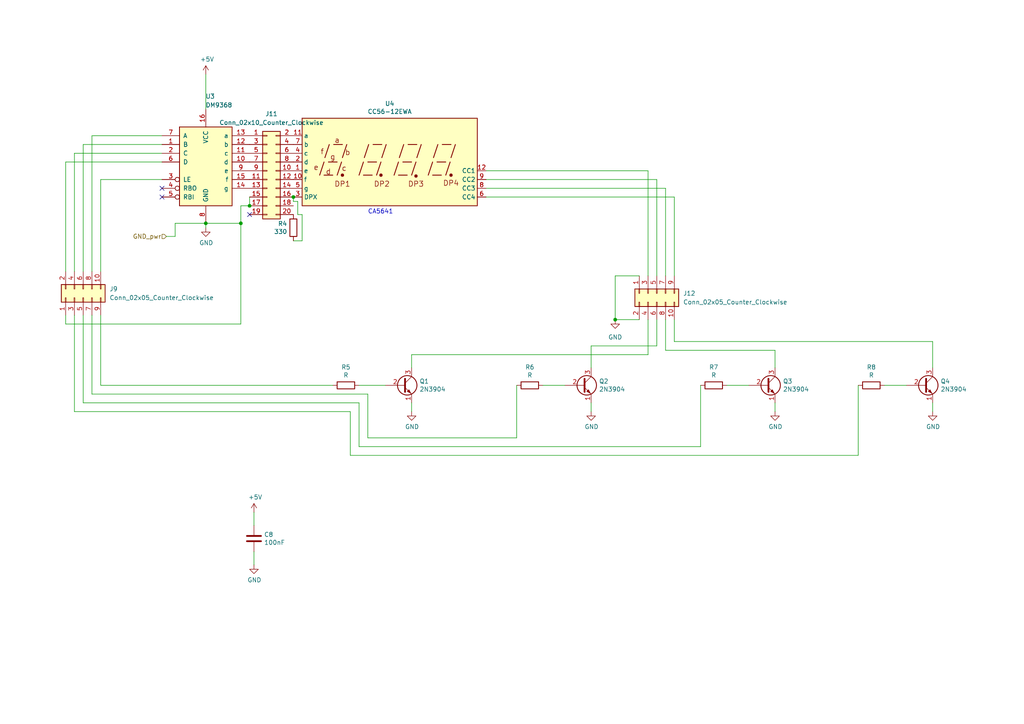
<source format=kicad_sch>
(kicad_sch (version 20211123) (generator eeschema)
  (paper "A4")
  (lib_symbols
    (symbol "Connector_Generic:Conn_02x05_Odd_Even" (pin_names (offset 1.016) hide)
      (property "Reference" "J" (at 1.27 7.62 0))
      (property "Value" "Conn_02x05_Odd_Even" (at 1.27 -7.62 0))
      (symbol "Conn_02x05_Odd_Even_1_1"
        (rectangle (start -1.27 -4.953) (end 0 -5.207) (stroke (width 0.1524)))
        (rectangle (start -1.27 -2.413) (end 0 -2.667) (stroke (width 0.1524)))
        (rectangle (start -1.27 0.127) (end 0 -0.127) (stroke (width 0.1524)))
        (rectangle (start -1.27 2.667) (end 0 2.413) (stroke (width 0.1524)))
        (rectangle (start -1.27 5.207) (end 0 4.953) (stroke (width 0.1524)))
        (rectangle (start -1.27 6.35) (end 3.81 -6.35) (stroke (width 0.254)) (fill (type background)))
        (rectangle (start 3.81 -4.953) (end 2.54 -5.207) (stroke (width 0.1524)))
        (rectangle (start 3.81 -2.413) (end 2.54 -2.667) (stroke (width 0.1524)))
        (rectangle (start 3.81 0.127) (end 2.54 -0.127) (stroke (width 0.1524)))
        (rectangle (start 3.81 2.667) (end 2.54 2.413) (stroke (width 0.1524)))
        (rectangle (start 3.81 5.207) (end 2.54 4.953) (stroke (width 0.1524)))
        (pin passive line (at -5.08 5.08 0) (length 3.81) (name "Pin_1") (number "1"))
        (pin passive line (at 7.62 -5.08 180) (length 3.81) (name "Pin_10") (number "10"))
        (pin passive line (at 7.62 5.08 180) (length 3.81) (name "Pin_2") (number "2"))
        (pin passive line (at -5.08 2.54 0) (length 3.81) (name "Pin_3") (number "3"))
        (pin passive line (at 7.62 2.54 180) (length 3.81) (name "Pin_4") (number "4"))
        (pin passive line (at -5.08 0 0) (length 3.81) (name "Pin_5") (number "5"))
        (pin passive line (at 7.62 0 180) (length 3.81) (name "Pin_6") (number "6"))
        (pin passive line (at -5.08 -2.54 0) (length 3.81) (name "Pin_7") (number "7"))
        (pin passive line (at 7.62 -2.54 180) (length 3.81) (name "Pin_8") (number "8"))
        (pin passive line (at -5.08 -5.08 0) (length 3.81) (name "Pin_9") (number "9"))
      )
    )
    (symbol "Connector_Generic:Conn_02x10_Odd_Even" (pin_names (offset 1.016) hide)
      (property "Reference" "J" (at 1.27 12.7 0))
      (property "Value" "Conn_02x10_Odd_Even" (at 1.27 -15.24 0))
      (symbol "Conn_02x10_Odd_Even_1_1"
        (rectangle (start -1.27 -12.573) (end 0 -12.827) (stroke (width 0.1524)))
        (rectangle (start -1.27 -10.033) (end 0 -10.287) (stroke (width 0.1524)))
        (rectangle (start -1.27 -7.493) (end 0 -7.747) (stroke (width 0.1524)))
        (rectangle (start -1.27 -4.953) (end 0 -5.207) (stroke (width 0.1524)))
        (rectangle (start -1.27 -2.413) (end 0 -2.667) (stroke (width 0.1524)))
        (rectangle (start -1.27 0.127) (end 0 -0.127) (stroke (width 0.1524)))
        (rectangle (start -1.27 2.667) (end 0 2.413) (stroke (width 0.1524)))
        (rectangle (start -1.27 5.207) (end 0 4.953) (stroke (width 0.1524)))
        (rectangle (start -1.27 7.747) (end 0 7.493) (stroke (width 0.1524)))
        (rectangle (start -1.27 10.287) (end 0 10.033) (stroke (width 0.1524)))
        (rectangle (start -1.27 11.43) (end 3.81 -13.97) (stroke (width 0.254)) (fill (type background)))
        (rectangle (start 3.81 -12.573) (end 2.54 -12.827) (stroke (width 0.1524)))
        (rectangle (start 3.81 -10.033) (end 2.54 -10.287) (stroke (width 0.1524)))
        (rectangle (start 3.81 -7.493) (end 2.54 -7.747) (stroke (width 0.1524)))
        (rectangle (start 3.81 -4.953) (end 2.54 -5.207) (stroke (width 0.1524)))
        (rectangle (start 3.81 -2.413) (end 2.54 -2.667) (stroke (width 0.1524)))
        (rectangle (start 3.81 0.127) (end 2.54 -0.127) (stroke (width 0.1524)))
        (rectangle (start 3.81 2.667) (end 2.54 2.413) (stroke (width 0.1524)))
        (rectangle (start 3.81 5.207) (end 2.54 4.953) (stroke (width 0.1524)))
        (rectangle (start 3.81 7.747) (end 2.54 7.493) (stroke (width 0.1524)))
        (rectangle (start 3.81 10.287) (end 2.54 10.033) (stroke (width 0.1524)))
        (pin passive line (at -5.08 10.16 0) (length 3.81) (name "Pin_1") (number "1"))
        (pin passive line (at 7.62 0 180) (length 3.81) (name "Pin_10") (number "10"))
        (pin passive line (at -5.08 -2.54 0) (length 3.81) (name "Pin_11") (number "11"))
        (pin passive line (at 7.62 -2.54 180) (length 3.81) (name "Pin_12") (number "12"))
        (pin passive line (at -5.08 -5.08 0) (length 3.81) (name "Pin_13") (number "13"))
        (pin passive line (at 7.62 -5.08 180) (length 3.81) (name "Pin_14") (number "14"))
        (pin passive line (at -5.08 -7.62 0) (length 3.81) (name "Pin_15") (number "15"))
        (pin passive line (at 7.62 -7.62 180) (length 3.81) (name "Pin_16") (number "16"))
        (pin passive line (at -5.08 -10.16 0) (length 3.81) (name "Pin_17") (number "17"))
        (pin passive line (at 7.62 -10.16 180) (length 3.81) (name "Pin_18") (number "18"))
        (pin passive line (at -5.08 -12.7 0) (length 3.81) (name "Pin_19") (number "19"))
        (pin passive line (at 7.62 10.16 180) (length 3.81) (name "Pin_2") (number "2"))
        (pin passive line (at 7.62 -12.7 180) (length 3.81) (name "Pin_20") (number "20"))
        (pin passive line (at -5.08 7.62 0) (length 3.81) (name "Pin_3") (number "3"))
        (pin passive line (at 7.62 7.62 180) (length 3.81) (name "Pin_4") (number "4"))
        (pin passive line (at -5.08 5.08 0) (length 3.81) (name "Pin_5") (number "5"))
        (pin passive line (at 7.62 5.08 180) (length 3.81) (name "Pin_6") (number "6"))
        (pin passive line (at -5.08 2.54 0) (length 3.81) (name "Pin_7") (number "7"))
        (pin passive line (at 7.62 2.54 180) (length 3.81) (name "Pin_8") (number "8"))
        (pin passive line (at -5.08 0 0) (length 3.81) (name "Pin_9") (number "9"))
      )
    )
    (symbol "Device:C" (pin_numbers hide) (pin_names (offset 0.254))
      (property "Reference" "C" (at 0.635 2.54 0))
      (property "Value" "C" (at 0.635 -2.54 0))
      (symbol "C_0_1"
        (polyline (pts (xy -2.032 -0.762) (xy 2.032 -0.762)) (stroke (width 0.508)))
        (polyline (pts (xy -2.032 0.762) (xy 2.032 0.762)) (stroke (width 0.508)))
      )
      (symbol "C_1_1"
        (pin passive line (at 0 3.81 270) (length 2.794) (name "~") (number "1"))
        (pin passive line (at 0 -3.81 90) (length 2.794) (name "~") (number "2"))
      )
    )
    (symbol "Device:R" (pin_numbers hide) (pin_names (offset 0))
      (property "Reference" "R" (at 2.032 0 90))
      (property "Value" "R" (at 0 0 90))
      (symbol "R_0_1"
        (rectangle (start -1.016 -2.54) (end 1.016 2.54) (stroke (width 0.254)))
      )
      (symbol "R_1_1"
        (pin passive line (at 0 3.81 270) (length 1.27) (name "~") (number "1"))
        (pin passive line (at 0 -3.81 90) (length 1.27) (name "~") (number "2"))
      )
    )
    (symbol "Display_Character:CC56-12EWA"
      (property "Reference" "U" (at -24.13 13.97 0))
      (property "Value" "CC56-12EWA" (at 19.05 13.97 0))
      (symbol "CC56-12EWA_0_0"
        (rectangle (start -25.4 12.7) (end 25.4 -12.7) (stroke (width 0.254)) (fill (type background)))
        (polyline (pts (xy -20.32 -3.81) (xy -19.05 0)) (stroke (width 0.254)))
        (polyline (pts (xy -19.05 -3.81) (xy -16.51 -3.81)) (stroke (width 0.254)))
        (polyline (pts (xy -18.796 1.27) (xy -17.526 5.08)) (stroke (width 0.254)))
        (polyline (pts (xy -17.78 0) (xy -15.24 0)) (stroke (width 0.254)))
        (polyline (pts (xy -16.256 5.08) (xy -13.716 5.08)) (stroke (width 0.254)))
        (polyline (pts (xy -15.24 -3.81) (xy -13.97 0)) (stroke (width 0.254)))
        (polyline (pts (xy -13.716 1.27) (xy -12.446 5.08)) (stroke (width 0.254)))
        (polyline (pts (xy -8.89 -3.81) (xy -7.62 0)) (stroke (width 0.254)))
        (polyline (pts (xy -7.62 -3.81) (xy -5.08 -3.81)) (stroke (width 0.254)))
        (polyline (pts (xy -7.366 1.27) (xy -6.096 5.08)) (stroke (width 0.254)))
        (polyline (pts (xy -6.35 0) (xy -3.81 0)) (stroke (width 0.254)))
        (polyline (pts (xy -4.826 5.08) (xy -2.286 5.08)) (stroke (width 0.254)))
        (polyline (pts (xy -3.81 -3.81) (xy -2.54 0)) (stroke (width 0.254)))
        (polyline (pts (xy -2.286 1.27) (xy -1.016 5.08)) (stroke (width 0.254)))
        (polyline (pts (xy 1.27 -3.81) (xy 2.54 0)) (stroke (width 0.254)))
        (polyline (pts (xy 2.54 -3.81) (xy 5.08 -3.81)) (stroke (width 0.254)))
        (polyline (pts (xy 2.794 1.27) (xy 4.064 5.08)) (stroke (width 0.254)))
        (polyline (pts (xy 3.81 0) (xy 6.35 0)) (stroke (width 0.254)))
        (polyline (pts (xy 5.334 5.08) (xy 7.874 5.08)) (stroke (width 0.254)))
        (polyline (pts (xy 6.35 -3.81) (xy 7.62 0)) (stroke (width 0.254)))
        (polyline (pts (xy 7.874 1.27) (xy 9.144 5.08)) (stroke (width 0.254)))
        (polyline (pts (xy 11.176 -3.81) (xy 12.446 0)) (stroke (width 0.254)))
        (polyline (pts (xy 12.446 -3.81) (xy 14.986 -3.81)) (stroke (width 0.254)))
        (polyline (pts (xy 12.7 1.27) (xy 13.97 5.08)) (stroke (width 0.254)))
        (polyline (pts (xy 13.716 0) (xy 16.256 0)) (stroke (width 0.254)))
        (polyline (pts (xy 15.24 5.08) (xy 17.78 5.08)) (stroke (width 0.254)))
        (polyline (pts (xy 16.256 -3.81) (xy 17.526 0)) (stroke (width 0.254)))
        (polyline (pts (xy 17.78 1.27) (xy 19.05 5.08)) (stroke (width 0.254)))
        (text "a" (at -15.24 6.35 0) (effects (font (size 1.524 1.524))))
        (text "b" (at -12.192 2.794 0) (effects (font (size 1.524 1.524))))
        (text "c" (at -13.208 -1.778 0) (effects (font (size 1.524 1.524))))
        (text "d" (at -17.78 -2.794 0) (effects (font (size 1.524 1.524))))
        (text "DP1" (at -13.716 -6.35 0) (effects (font (size 1.524 1.524))))
        (text "DP2" (at -2.286 -6.35 0) (effects (font (size 1.524 1.524))))
        (text "DP3" (at 7.62 -6.35 0) (effects (font (size 1.524 1.524))))
        (text "DP4" (at 17.78 -6.096 0) (effects (font (size 1.524 1.524))))
        (text "e" (at -21.336 -1.524 0) (effects (font (size 1.524 1.524))))
        (text "f" (at -19.558 3.048 0) (effects (font (size 1.524 1.524))))
        (text "g" (at -16.51 1.524 0) (effects (font (size 1.524 1.524))))
      )
      (symbol "CC56-12EWA_0_1"
        (circle (center -13.716 -3.81) (radius 0.3556) (stroke (width 0.254)) (fill (type outline)))
        (circle (center -2.54 -3.81) (radius 0.3556) (stroke (width 0.254)) (fill (type outline)))
      )
      (symbol "CC56-12EWA_1_0"
        (circle (center 7.62 -4.064) (radius 0.3556) (stroke (width 0.254)) (fill (type outline)))
        (circle (center 17.78 -3.81) (radius 0.3556) (stroke (width 0.254)) (fill (type outline)))
      )
      (symbol "CC56-12EWA_1_1"
        (pin input line (at -27.94 -2.54 0) (length 2.54) (name "e") (number "1"))
        (pin input line (at -27.94 -5.08 0) (length 2.54) (name "f") (number "10"))
        (pin input line (at -27.94 7.62 0) (length 2.54) (name "a") (number "11"))
        (pin input line (at 27.94 -2.54 180) (length 2.54) (name "CC1") (number "12"))
        (pin input line (at -27.94 0 0) (length 2.54) (name "d") (number "2"))
        (pin input line (at -27.94 -10.16 0) (length 2.54) (name "DPX") (number "3"))
        (pin input line (at -27.94 2.54 0) (length 2.54) (name "c") (number "4"))
        (pin input line (at -27.94 -7.62 0) (length 2.54) (name "g") (number "5"))
        (pin input line (at 27.94 -10.16 180) (length 2.54) (name "CC4") (number "6"))
        (pin input line (at -27.94 5.08 0) (length 2.54) (name "b") (number "7"))
        (pin input line (at 27.94 -7.62 180) (length 2.54) (name "CC3") (number "8"))
        (pin input line (at 27.94 -5.08 180) (length 2.54) (name "CC2") (number "9"))
      )
    )
    (symbol "New_Library:DM9368" (pin_names (offset 1.016))
      (property "Reference" "U" (at -7.62 11.43 0))
      (property "Value" "DM9368" (at -7.62 -13.97 0))
      (symbol "DM9368_1_0"
        (pin input line (at -12.7 5.08 0) (length 5.08) (name "B") (number "1"))
        (pin output line (at 12.7 0 180) (length 5.08) (name "d") (number "10"))
        (pin output line (at 12.7 2.54 180) (length 5.08) (name "c") (number "11"))
        (pin output line (at 12.7 5.08 180) (length 5.08) (name "b") (number "12"))
        (pin output line (at 12.7 7.62 180) (length 5.08) (name "a") (number "13"))
        (pin output line (at 12.7 -7.62 180) (length 5.08) (name "g") (number "14"))
        (pin output line (at 12.7 -5.08 180) (length 5.08) (name "f") (number "15"))
        (pin power_in line (at 0 15.24 270) (length 5.08) (name "VCC") (number "16"))
        (pin input line (at -12.7 2.54 0) (length 5.08) (name "C") (number "2"))
        (pin input inverted (at -12.7 -5.08 0) (length 5.08) (name "LE") (number "3"))
        (pin output inverted (at -12.7 -7.62 0) (length 5.08) (name "RBO") (number "4"))
        (pin input inverted (at -12.7 -10.16 0) (length 5.08) (name "RBI") (number "5"))
        (pin input line (at -12.7 0 0) (length 5.08) (name "D") (number "6"))
        (pin input line (at -12.7 7.62 0) (length 5.08) (name "A") (number "7"))
        (pin power_in line (at 0 -17.78 90) (length 5.08) (name "GND") (number "8"))
        (pin output line (at 12.7 -2.54 180) (length 5.08) (name "e") (number "9"))
      )
      (symbol "DM9368_1_1"
        (rectangle (start -7.62 10.16) (end 7.62 -12.7) (stroke (width 0.254)) (fill (type background)))
      )
    )
    (symbol "Transistor_BJT:2N3904" (pin_names (offset 0) hide)
      (property "Reference" "Q" (at 5.08 1.905 0))
      (property "Value" "2N3904" (at 5.08 0 0))
      (symbol "2N3904_0_1"
        (polyline (pts (xy 0.635 0.635) (xy 2.54 2.54)))
        (polyline (pts (xy 0.635 -0.635) (xy 2.54 -2.54) (xy 2.54 -2.54)))
        (polyline (pts (xy 0.635 1.905) (xy 0.635 -1.905) (xy 0.635 -1.905)) (stroke (width 0.508)))
        (polyline (pts (xy 1.27 -1.778) (xy 1.778 -1.27) (xy 2.286 -2.286) (xy 1.27 -1.778) (xy 1.27 -1.778)) (fill (type outline)))
        (circle (center 1.27 0) (radius 2.8194) (stroke (width 0.254)))
      )
      (symbol "2N3904_1_1"
        (pin passive line (at 2.54 -5.08 90) (length 2.54) (name "E") (number "1"))
        (pin passive line (at -5.08 0 0) (length 5.715) (name "B") (number "2"))
        (pin passive line (at 2.54 5.08 270) (length 2.54) (name "C") (number "3"))
      )
    )
    (symbol "power:+5V" (power) (pin_names (offset 0))
      (property "Value" "+5V" (at 0 3.556 0))
      (symbol "+5V_0_1"
        (polyline (pts (xy -0.762 1.27) (xy 0 2.54)))
        (polyline (pts (xy 0 0) (xy 0 2.54)))
        (polyline (pts (xy 0 2.54) (xy 0.762 1.27)))
      )
      (symbol "+5V_1_1"
        (pin power_in line (at 0 0 90) (length 0) hide (name "+5V") (number "1"))
      )
    )
    (symbol "power:GND" (power) (pin_names (offset 0))
      (property "Value" "GND" (at 0 -3.81 0))
      (symbol "GND_0_1"
        (polyline (pts (xy 0 0) (xy 0 -1.27) (xy 1.27 -1.27) (xy 0 -2.54) (xy -1.27 -1.27) (xy 0 -1.27)))
      )
      (symbol "GND_1_1"
        (pin power_in line (at 0 0 270) (length 0) hide (name "GND") (number "1"))
      )
    )
  )
  (junction (at 72.39 59.69))
  (junction (at 69.85 64.77))
  (junction (at 59.69 64.77))
  (junction (at 85.09 57.15))
  (junction (at 178.435 92.71))
  (no_connect (at 72.39 62.23))
  (no_connect (at 46.99 54.61))
  (no_connect (at 46.99 57.15))
  (wire (pts (xy 106.68 127) (xy 106.68 114.3)))
  (wire (pts (xy 224.79 119.38) (xy 224.79 116.84)))
  (wire (pts (xy 21.59 119.38) (xy 101.6 119.38)))
  (wire (pts (xy 140.97 54.61) (xy 193.04 54.61)))
  (wire (pts (xy 190.5 80.01) (xy 190.5 52.07)))
  (wire (pts (xy 72.39 57.15) (xy 72.39 59.69)))
  (wire (pts (xy 69.85 59.69) (xy 72.39 59.69)))
  (wire (pts (xy 69.85 64.77) (xy 69.85 59.69)))
  (wire (pts (xy 270.51 116.84) (xy 270.51 119.38)))
  (wire (pts (xy 193.04 54.61) (xy 193.04 80.01)))
  (wire (pts (xy 24.13 116.84) (xy 24.13 91.44)))
  (wire (pts (xy 171.45 119.38) (xy 171.45 116.84)))
  (wire (pts (xy 59.69 66.04) (xy 59.69 64.77)))
  (wire (pts (xy 85.09 57.15) (xy 85.09 58.42)))
  (wire (pts (xy 149.86 111.76) (xy 149.86 127)))
  (wire (pts (xy 86.36 62.23) (xy 87.63 62.23)))
  (wire (pts (xy 187.96 102.87) (xy 187.96 92.71)))
  (wire (pts (xy 248.92 132.08) (xy 101.6 132.08)))
  (wire (pts (xy 195.58 92.71) (xy 195.58 99.06)))
  (wire (pts (xy 140.97 52.07) (xy 190.5 52.07)))
  (wire (pts (xy 59.69 21.59) (xy 59.69 31.75)))
  (wire (pts (xy 21.59 119.38) (xy 21.59 91.44)))
  (wire (pts (xy 46.99 41.91) (xy 24.13 41.91)))
  (wire (pts (xy 171.45 100.33) (xy 171.45 106.68)))
  (wire (pts (xy 59.69 64.77) (xy 69.85 64.77)))
  (wire (pts (xy 171.45 100.33) (xy 190.5 100.33)))
  (wire (pts (xy 163.83 111.76) (xy 157.48 111.76)))
  (wire (pts (xy 101.6 132.08) (xy 101.6 119.38)))
  (wire (pts (xy 87.63 62.23) (xy 87.63 69.85)))
  (wire (pts (xy 19.05 46.99) (xy 19.05 78.74)))
  (wire (pts (xy 46.99 46.99) (xy 19.05 46.99)))
  (wire (pts (xy 26.67 39.37) (xy 26.67 78.74)))
  (wire (pts (xy 104.14 129.54) (xy 104.14 116.84)))
  (wire (pts (xy 46.99 44.45) (xy 21.59 44.45)))
  (wire (pts (xy 46.99 52.07) (xy 29.21 52.07)))
  (wire (pts (xy 86.36 58.42) (xy 86.36 62.23)))
  (wire (pts (xy 29.21 111.76) (xy 96.52 111.76)))
  (wire (pts (xy 149.86 127) (xy 106.68 127)))
  (wire (pts (xy 26.67 114.3) (xy 26.67 91.44)))
  (wire (pts (xy 86.36 58.42) (xy 85.09 58.42)))
  (wire (pts (xy 26.67 114.3) (xy 106.68 114.3)))
  (wire (pts (xy 119.38 119.38) (xy 119.38 116.84)))
  (wire (pts (xy 178.435 92.71) (xy 185.42 92.71)))
  (wire (pts (xy 85.09 69.85) (xy 87.63 69.85)))
  (wire (pts (xy 21.59 44.45) (xy 21.59 78.74)))
  (wire (pts (xy 48.26 68.58) (xy 50.8 68.58)))
  (wire (pts (xy 73.66 148.59) (xy 73.66 152.4)))
  (wire (pts (xy 69.85 93.98) (xy 69.85 64.77)))
  (wire (pts (xy 185.42 80.01) (xy 178.435 80.01)))
  (wire (pts (xy 46.99 39.37) (xy 26.67 39.37)))
  (wire (pts (xy 203.2 129.54) (xy 104.14 129.54)))
  (wire (pts (xy 140.97 57.15) (xy 195.58 57.15)))
  (wire (pts (xy 203.2 111.76) (xy 203.2 129.54)))
  (wire (pts (xy 224.79 101.6) (xy 224.79 106.68)))
  (wire (pts (xy 248.92 111.76) (xy 248.92 132.08)))
  (wire (pts (xy 24.13 41.91) (xy 24.13 78.74)))
  (wire (pts (xy 195.58 57.15) (xy 195.58 80.01)))
  (wire (pts (xy 178.435 80.01) (xy 178.435 92.71)))
  (wire (pts (xy 193.04 101.6) (xy 193.04 92.71)))
  (wire (pts (xy 73.66 160.02) (xy 73.66 163.83)))
  (wire (pts (xy 187.96 80.01) (xy 187.96 49.53)))
  (wire (pts (xy 190.5 92.71) (xy 190.5 100.33)))
  (wire (pts (xy 29.21 52.07) (xy 29.21 78.74)))
  (wire (pts (xy 217.17 111.76) (xy 210.82 111.76)))
  (wire (pts (xy 111.76 111.76) (xy 104.14 111.76)))
  (wire (pts (xy 50.8 64.77) (xy 59.69 64.77)))
  (wire (pts (xy 195.58 99.06) (xy 270.51 99.06)))
  (wire (pts (xy 29.21 91.44) (xy 29.21 111.76)))
  (wire (pts (xy 119.38 102.87) (xy 119.38 106.68)))
  (wire (pts (xy 119.38 102.87) (xy 187.96 102.87)))
  (wire (pts (xy 140.97 49.53) (xy 187.96 49.53)))
  (wire (pts (xy 19.05 93.98) (xy 69.85 93.98)))
  (wire (pts (xy 24.13 116.84) (xy 104.14 116.84)))
  (wire (pts (xy 270.51 99.06) (xy 270.51 106.68)))
  (wire (pts (xy 19.05 91.44) (xy 19.05 93.98)))
  (wire (pts (xy 262.89 111.76) (xy 256.54 111.76)))
  (wire (pts (xy 50.8 64.77) (xy 50.8 68.58)))
  (wire (pts (xy 224.79 101.6) (xy 193.04 101.6)))
  (text "CA5641" (at 106.68 62.23 0) (effects (font (size 1.27 1.27)) (justify left bottom)))
  (hierarchical_label "GND_pwr" (shape input) (at 48.26 68.58 180))
  (symbol (lib_id "power:+5V") (at 59.69 21.59 0) (unit 1)
    (property "Reference" "#PWR06" (effects hide))
    (property "Value" "+5V" (at 60.071 17.1958 0))
  )
  (symbol (lib_id "power:GND") (at 119.38 119.38 0) (unit 1)
    (property "Reference" "#PWR010" (effects hide))
    (property "Value" "GND" (at 119.507 123.7742 0))
  )
  (symbol (lib_id "Device:R") (at 252.73 111.76 270) (unit 1)
    (property "Reference" "R8" (at 252.73 106.5022 90))
    (property "Value" "R" (at 252.73 108.8136 90))
    (property "Footprint" "Resistor_THT:R_Axial_DIN0207_L6.3mm_D2.5mm_P10.16mm_Horizontal" (effects hide))
  )
  (symbol (lib_id "power:+5V") (at 73.66 148.59 0) (unit 1)
    (property "Reference" "#PWR08" (effects hide))
    (property "Value" "+5V" (at 74.041 144.1958 0))
  )
  (symbol (lib_id "Connector_Generic:Conn_02x05_Odd_Even") (at 190.5 85.09 90) (mirror x) (unit 1)
    (property "Reference" "J12" (at 198.12 85.0899 90) (effects (justify right)))
    (property "Value" "Conn_02x05_Counter_Clockwise" (at 198.12 87.6299 90) (effects (justify right)))
    (property "Footprint" "Connector_PinSocket_2.54mm:PinSocket_2x05_P2.54mm_Vertical" (effects hide))
  )
  (symbol (lib_id "Display_Character:CC56-12EWA") (at 113.03 46.99 0) (unit 1)
    (property "Reference" "U4" (at 113.03 30.0482 0))
    (property "Value" "CC56-12EWA" (at 113.03 32.3596 0))
    (property "Footprint" "Display_7Segment:CA56-12EWA" (effects hide))
    (property "Datasheet" "http://www.kingbrightusa.com/images/catalog/SPEC/CA56-12EWA.pdf" (effects hide))
  )
  (symbol (lib_id "power:GND") (at 73.66 163.83 0) (unit 1)
    (property "Reference" "#PWR09" (effects hide))
    (property "Value" "GND" (at 73.787 168.2242 0))
  )
  (symbol (lib_id "Connector_Generic:Conn_02x05_Odd_Even") (at 24.13 86.36 90) (unit 1)
    (property "Reference" "J9" (at 31.75 83.8199 90) (effects (justify right)))
    (property "Value" "Conn_02x05_Counter_Clockwise" (at 31.75 86.3599 90) (effects (justify right)))
    (property "Footprint" "Connector_PinSocket_2.54mm:PinSocket_2x05_P2.54mm_Vertical" (effects hide))
  )
  (symbol (lib_id "power:GND") (at 59.69 66.04 0) (unit 1)
    (property "Reference" "#PWR07" (effects hide))
    (property "Value" "GND" (at 59.817 70.4342 0))
  )
  (symbol (lib_id "Device:C") (at 73.66 156.21 0) (unit 1)
    (property "Reference" "C8" (at 76.581 155.0416 0) (effects (justify left)))
    (property "Value" "100nF" (at 76.581 157.353 0) (effects (justify left)))
    (property "Footprint" "Capacitor_THT:C_Disc_D7.5mm_W2.5mm_P5.00mm" (effects hide))
  )
  (symbol (lib_id "power:GND") (at 270.51 119.38 0) (unit 1)
    (property "Reference" "#PWR013" (effects hide))
    (property "Value" "GND" (at 270.637 123.7742 0))
  )
  (symbol (lib_id "Connector_Generic:Conn_02x10_Odd_Even") (at 77.47 49.53 0) (unit 1)
    (property "Reference" "J11" (at 78.74 33.02 0))
    (property "Value" "Conn_02x10_Counter_Clockwise" (at 78.74 35.56 0))
    (property "Footprint" "Connector_PinSocket_2.54mm:PinSocket_2x10_P2.54mm_Vertical" (effects hide))
  )
  (symbol (lib_id "power:GND") (at 178.435 92.71 0) (unit 1)
    (property "Reference" "#PWR016" (effects hide))
    (property "Value" "GND" (at 178.435 97.79 0))
  )
  (symbol (lib_id "Transistor_BJT:2N3904") (at 168.91 111.76 0) (unit 1)
    (property "Reference" "Q2" (at 173.736 110.5916 0) (effects (justify left)))
    (property "Value" "2N3904" (at 173.736 112.903 0) (effects (justify left)))
    (property "Footprint" "Package_TO_SOT_THT:TO-92_Inline" (effects hide))
    (property "Datasheet" "https://www.onsemi.com/pub/Collateral/2N3903-D.PDF" (effects hide))
  )
  (symbol (lib_id "Transistor_BJT:2N3904") (at 267.97 111.76 0) (unit 1)
    (property "Reference" "Q4" (at 272.796 110.5916 0) (effects (justify left)))
    (property "Value" "2N3904" (at 272.796 112.903 0) (effects (justify left)))
    (property "Footprint" "Package_TO_SOT_THT:TO-92_Inline" (effects hide))
    (property "Datasheet" "https://www.onsemi.com/pub/Collateral/2N3903-D.PDF" (effects hide))
  )
  (symbol (lib_id "Device:R") (at 85.09 66.04 0) (mirror y) (unit 1)
    (property "Reference" "R4" (at 83.312 64.8716 0) (effects (justify left)))
    (property "Value" "330" (at 83.312 67.183 0) (effects (justify left)))
  )
  (symbol (lib_id "Device:R") (at 207.01 111.76 270) (unit 1)
    (property "Reference" "R7" (at 207.01 106.5022 90))
    (property "Value" "R" (at 207.01 108.8136 90))
    (property "Footprint" "Resistor_THT:R_Axial_DIN0207_L6.3mm_D2.5mm_P10.16mm_Horizontal" (effects hide))
  )
  (symbol (lib_id "Device:R") (at 153.67 111.76 270) (unit 1)
    (property "Reference" "R6" (at 153.67 106.5022 90))
    (property "Value" "R" (at 153.67 108.8136 90))
    (property "Footprint" "Resistor_THT:R_Axial_DIN0207_L6.3mm_D2.5mm_P10.16mm_Horizontal" (effects hide))
  )
  (symbol (lib_id "Device:R") (at 100.33 111.76 270) (unit 1)
    (property "Reference" "R5" (at 100.33 106.5022 90))
    (property "Value" "R" (at 100.33 108.8136 90))
    (property "Footprint" "Resistor_THT:R_Axial_DIN0207_L6.3mm_D2.5mm_P10.16mm_Horizontal" (effects hide))
  )
  (symbol (lib_id "Transistor_BJT:2N3904") (at 116.84 111.76 0) (unit 1)
    (property "Reference" "Q1" (at 121.666 110.5916 0) (effects (justify left)))
    (property "Value" "2N3904" (at 121.666 112.903 0) (effects (justify left)))
    (property "Footprint" "Package_TO_SOT_THT:TO-92_Inline" (effects hide))
    (property "Datasheet" "https://www.onsemi.com/pub/Collateral/2N3903-D.PDF" (effects hide))
  )
  (symbol (lib_id "power:GND") (at 171.45 119.38 0) (unit 1)
    (property "Reference" "#PWR011" (effects hide))
    (property "Value" "GND" (at 171.577 123.7742 0))
  )
  (symbol (lib_id "Transistor_BJT:2N3904") (at 222.25 111.76 0) (unit 1)
    (property "Reference" "Q3" (at 227.076 110.5916 0) (effects (justify left)))
    (property "Value" "2N3904" (at 227.076 112.903 0) (effects (justify left)))
    (property "Footprint" "Package_TO_SOT_THT:TO-92_Inline" (effects hide))
    (property "Datasheet" "https://www.onsemi.com/pub/Collateral/2N3903-D.PDF" (effects hide))
  )
  (symbol (lib_id "New_Library:DM9368") (at 59.69 46.99 0) (unit 1)
    (property "Reference" "U3" (at 60.96 27.94 0))
    (property "Value" "DM9368" (at 63.5 30.48 0))
    (property "Footprint" "Package_DIP:DIP-16_W7.62mm_LongPads" (effects hide))
    (property "Datasheet" "http://www.ti.com/lit/gpn/sn74LS48" (effects hide))
  )
  (symbol (lib_id "power:GND") (at 224.79 119.38 0) (unit 1)
    (property "Reference" "#PWR012" (effects hide))
    (property "Value" "GND" (at 224.917 123.7742 0))
  )
)
</source>
